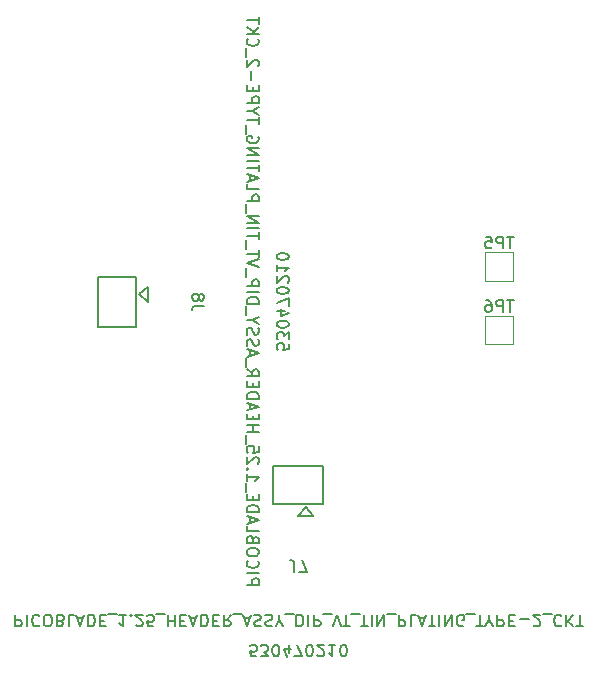
<source format=gbr>
%TF.GenerationSoftware,KiCad,Pcbnew,7.0.7*%
%TF.CreationDate,2024-10-25T00:06:54-07:00*%
%TF.ProjectId,PowerBoard_rev1.1,506f7765-7242-46f6-9172-645f72657631,rev?*%
%TF.SameCoordinates,Original*%
%TF.FileFunction,Legend,Bot*%
%TF.FilePolarity,Positive*%
%FSLAX46Y46*%
G04 Gerber Fmt 4.6, Leading zero omitted, Abs format (unit mm)*
G04 Created by KiCad (PCBNEW 7.0.7) date 2024-10-25 00:06:54*
%MOMM*%
%LPD*%
G01*
G04 APERTURE LIST*
%ADD10C,0.150000*%
%ADD11C,0.127000*%
%ADD12C,0.120000*%
G04 APERTURE END LIST*
D10*
X134250780Y-76802732D02*
X133536495Y-76802732D01*
X133536495Y-76802732D02*
X133393638Y-76850351D01*
X133393638Y-76850351D02*
X133298400Y-76945589D01*
X133298400Y-76945589D02*
X133250780Y-77088446D01*
X133250780Y-77088446D02*
X133250780Y-77183684D01*
X133822209Y-76183684D02*
X133869828Y-76278922D01*
X133869828Y-76278922D02*
X133917447Y-76326541D01*
X133917447Y-76326541D02*
X134012685Y-76374160D01*
X134012685Y-76374160D02*
X134060304Y-76374160D01*
X134060304Y-76374160D02*
X134155542Y-76326541D01*
X134155542Y-76326541D02*
X134203161Y-76278922D01*
X134203161Y-76278922D02*
X134250780Y-76183684D01*
X134250780Y-76183684D02*
X134250780Y-75993208D01*
X134250780Y-75993208D02*
X134203161Y-75897970D01*
X134203161Y-75897970D02*
X134155542Y-75850351D01*
X134155542Y-75850351D02*
X134060304Y-75802732D01*
X134060304Y-75802732D02*
X134012685Y-75802732D01*
X134012685Y-75802732D02*
X133917447Y-75850351D01*
X133917447Y-75850351D02*
X133869828Y-75897970D01*
X133869828Y-75897970D02*
X133822209Y-75993208D01*
X133822209Y-75993208D02*
X133822209Y-76183684D01*
X133822209Y-76183684D02*
X133774590Y-76278922D01*
X133774590Y-76278922D02*
X133726971Y-76326541D01*
X133726971Y-76326541D02*
X133631733Y-76374160D01*
X133631733Y-76374160D02*
X133441257Y-76374160D01*
X133441257Y-76374160D02*
X133346019Y-76326541D01*
X133346019Y-76326541D02*
X133298400Y-76278922D01*
X133298400Y-76278922D02*
X133250780Y-76183684D01*
X133250780Y-76183684D02*
X133250780Y-75993208D01*
X133250780Y-75993208D02*
X133298400Y-75897970D01*
X133298400Y-75897970D02*
X133346019Y-75850351D01*
X133346019Y-75850351D02*
X133441257Y-75802732D01*
X133441257Y-75802732D02*
X133631733Y-75802732D01*
X133631733Y-75802732D02*
X133726971Y-75850351D01*
X133726971Y-75850351D02*
X133774590Y-75897970D01*
X133774590Y-75897970D02*
X133822209Y-75993208D01*
X137880780Y-100445590D02*
X138880780Y-100445590D01*
X138880780Y-100445590D02*
X138880780Y-100064638D01*
X138880780Y-100064638D02*
X138833161Y-99969400D01*
X138833161Y-99969400D02*
X138785542Y-99921781D01*
X138785542Y-99921781D02*
X138690304Y-99874162D01*
X138690304Y-99874162D02*
X138547447Y-99874162D01*
X138547447Y-99874162D02*
X138452209Y-99921781D01*
X138452209Y-99921781D02*
X138404590Y-99969400D01*
X138404590Y-99969400D02*
X138356971Y-100064638D01*
X138356971Y-100064638D02*
X138356971Y-100445590D01*
X137880780Y-99445590D02*
X138880780Y-99445590D01*
X137976019Y-98397972D02*
X137928400Y-98445591D01*
X137928400Y-98445591D02*
X137880780Y-98588448D01*
X137880780Y-98588448D02*
X137880780Y-98683686D01*
X137880780Y-98683686D02*
X137928400Y-98826543D01*
X137928400Y-98826543D02*
X138023638Y-98921781D01*
X138023638Y-98921781D02*
X138118876Y-98969400D01*
X138118876Y-98969400D02*
X138309352Y-99017019D01*
X138309352Y-99017019D02*
X138452209Y-99017019D01*
X138452209Y-99017019D02*
X138642685Y-98969400D01*
X138642685Y-98969400D02*
X138737923Y-98921781D01*
X138737923Y-98921781D02*
X138833161Y-98826543D01*
X138833161Y-98826543D02*
X138880780Y-98683686D01*
X138880780Y-98683686D02*
X138880780Y-98588448D01*
X138880780Y-98588448D02*
X138833161Y-98445591D01*
X138833161Y-98445591D02*
X138785542Y-98397972D01*
X138880780Y-97778924D02*
X138880780Y-97588448D01*
X138880780Y-97588448D02*
X138833161Y-97493210D01*
X138833161Y-97493210D02*
X138737923Y-97397972D01*
X138737923Y-97397972D02*
X138547447Y-97350353D01*
X138547447Y-97350353D02*
X138214114Y-97350353D01*
X138214114Y-97350353D02*
X138023638Y-97397972D01*
X138023638Y-97397972D02*
X137928400Y-97493210D01*
X137928400Y-97493210D02*
X137880780Y-97588448D01*
X137880780Y-97588448D02*
X137880780Y-97778924D01*
X137880780Y-97778924D02*
X137928400Y-97874162D01*
X137928400Y-97874162D02*
X138023638Y-97969400D01*
X138023638Y-97969400D02*
X138214114Y-98017019D01*
X138214114Y-98017019D02*
X138547447Y-98017019D01*
X138547447Y-98017019D02*
X138737923Y-97969400D01*
X138737923Y-97969400D02*
X138833161Y-97874162D01*
X138833161Y-97874162D02*
X138880780Y-97778924D01*
X138404590Y-96588448D02*
X138356971Y-96445591D01*
X138356971Y-96445591D02*
X138309352Y-96397972D01*
X138309352Y-96397972D02*
X138214114Y-96350353D01*
X138214114Y-96350353D02*
X138071257Y-96350353D01*
X138071257Y-96350353D02*
X137976019Y-96397972D01*
X137976019Y-96397972D02*
X137928400Y-96445591D01*
X137928400Y-96445591D02*
X137880780Y-96540829D01*
X137880780Y-96540829D02*
X137880780Y-96921781D01*
X137880780Y-96921781D02*
X138880780Y-96921781D01*
X138880780Y-96921781D02*
X138880780Y-96588448D01*
X138880780Y-96588448D02*
X138833161Y-96493210D01*
X138833161Y-96493210D02*
X138785542Y-96445591D01*
X138785542Y-96445591D02*
X138690304Y-96397972D01*
X138690304Y-96397972D02*
X138595066Y-96397972D01*
X138595066Y-96397972D02*
X138499828Y-96445591D01*
X138499828Y-96445591D02*
X138452209Y-96493210D01*
X138452209Y-96493210D02*
X138404590Y-96588448D01*
X138404590Y-96588448D02*
X138404590Y-96921781D01*
X137880780Y-95445591D02*
X137880780Y-95921781D01*
X137880780Y-95921781D02*
X138880780Y-95921781D01*
X138166495Y-95159876D02*
X138166495Y-94683686D01*
X137880780Y-95255114D02*
X138880780Y-94921781D01*
X138880780Y-94921781D02*
X137880780Y-94588448D01*
X137880780Y-94255114D02*
X138880780Y-94255114D01*
X138880780Y-94255114D02*
X138880780Y-94017019D01*
X138880780Y-94017019D02*
X138833161Y-93874162D01*
X138833161Y-93874162D02*
X138737923Y-93778924D01*
X138737923Y-93778924D02*
X138642685Y-93731305D01*
X138642685Y-93731305D02*
X138452209Y-93683686D01*
X138452209Y-93683686D02*
X138309352Y-93683686D01*
X138309352Y-93683686D02*
X138118876Y-93731305D01*
X138118876Y-93731305D02*
X138023638Y-93778924D01*
X138023638Y-93778924D02*
X137928400Y-93874162D01*
X137928400Y-93874162D02*
X137880780Y-94017019D01*
X137880780Y-94017019D02*
X137880780Y-94255114D01*
X138404590Y-93255114D02*
X138404590Y-92921781D01*
X137880780Y-92778924D02*
X137880780Y-93255114D01*
X137880780Y-93255114D02*
X138880780Y-93255114D01*
X138880780Y-93255114D02*
X138880780Y-92778924D01*
X137785542Y-92588448D02*
X137785542Y-91826543D01*
X137880780Y-91064638D02*
X137880780Y-91636066D01*
X137880780Y-91350352D02*
X138880780Y-91350352D01*
X138880780Y-91350352D02*
X138737923Y-91445590D01*
X138737923Y-91445590D02*
X138642685Y-91540828D01*
X138642685Y-91540828D02*
X138595066Y-91636066D01*
X137976019Y-90636066D02*
X137928400Y-90588447D01*
X137928400Y-90588447D02*
X137880780Y-90636066D01*
X137880780Y-90636066D02*
X137928400Y-90683685D01*
X137928400Y-90683685D02*
X137976019Y-90636066D01*
X137976019Y-90636066D02*
X137880780Y-90636066D01*
X138785542Y-90207495D02*
X138833161Y-90159876D01*
X138833161Y-90159876D02*
X138880780Y-90064638D01*
X138880780Y-90064638D02*
X138880780Y-89826543D01*
X138880780Y-89826543D02*
X138833161Y-89731305D01*
X138833161Y-89731305D02*
X138785542Y-89683686D01*
X138785542Y-89683686D02*
X138690304Y-89636067D01*
X138690304Y-89636067D02*
X138595066Y-89636067D01*
X138595066Y-89636067D02*
X138452209Y-89683686D01*
X138452209Y-89683686D02*
X137880780Y-90255114D01*
X137880780Y-90255114D02*
X137880780Y-89636067D01*
X138880780Y-88731305D02*
X138880780Y-89207495D01*
X138880780Y-89207495D02*
X138404590Y-89255114D01*
X138404590Y-89255114D02*
X138452209Y-89207495D01*
X138452209Y-89207495D02*
X138499828Y-89112257D01*
X138499828Y-89112257D02*
X138499828Y-88874162D01*
X138499828Y-88874162D02*
X138452209Y-88778924D01*
X138452209Y-88778924D02*
X138404590Y-88731305D01*
X138404590Y-88731305D02*
X138309352Y-88683686D01*
X138309352Y-88683686D02*
X138071257Y-88683686D01*
X138071257Y-88683686D02*
X137976019Y-88731305D01*
X137976019Y-88731305D02*
X137928400Y-88778924D01*
X137928400Y-88778924D02*
X137880780Y-88874162D01*
X137880780Y-88874162D02*
X137880780Y-89112257D01*
X137880780Y-89112257D02*
X137928400Y-89207495D01*
X137928400Y-89207495D02*
X137976019Y-89255114D01*
X137785542Y-88493210D02*
X137785542Y-87731305D01*
X137880780Y-87493209D02*
X138880780Y-87493209D01*
X138404590Y-87493209D02*
X138404590Y-86921781D01*
X137880780Y-86921781D02*
X138880780Y-86921781D01*
X138404590Y-86445590D02*
X138404590Y-86112257D01*
X137880780Y-85969400D02*
X137880780Y-86445590D01*
X137880780Y-86445590D02*
X138880780Y-86445590D01*
X138880780Y-86445590D02*
X138880780Y-85969400D01*
X138166495Y-85588447D02*
X138166495Y-85112257D01*
X137880780Y-85683685D02*
X138880780Y-85350352D01*
X138880780Y-85350352D02*
X137880780Y-85017019D01*
X137880780Y-84683685D02*
X138880780Y-84683685D01*
X138880780Y-84683685D02*
X138880780Y-84445590D01*
X138880780Y-84445590D02*
X138833161Y-84302733D01*
X138833161Y-84302733D02*
X138737923Y-84207495D01*
X138737923Y-84207495D02*
X138642685Y-84159876D01*
X138642685Y-84159876D02*
X138452209Y-84112257D01*
X138452209Y-84112257D02*
X138309352Y-84112257D01*
X138309352Y-84112257D02*
X138118876Y-84159876D01*
X138118876Y-84159876D02*
X138023638Y-84207495D01*
X138023638Y-84207495D02*
X137928400Y-84302733D01*
X137928400Y-84302733D02*
X137880780Y-84445590D01*
X137880780Y-84445590D02*
X137880780Y-84683685D01*
X138404590Y-83683685D02*
X138404590Y-83350352D01*
X137880780Y-83207495D02*
X137880780Y-83683685D01*
X137880780Y-83683685D02*
X138880780Y-83683685D01*
X138880780Y-83683685D02*
X138880780Y-83207495D01*
X137880780Y-82207495D02*
X138356971Y-82540828D01*
X137880780Y-82778923D02*
X138880780Y-82778923D01*
X138880780Y-82778923D02*
X138880780Y-82397971D01*
X138880780Y-82397971D02*
X138833161Y-82302733D01*
X138833161Y-82302733D02*
X138785542Y-82255114D01*
X138785542Y-82255114D02*
X138690304Y-82207495D01*
X138690304Y-82207495D02*
X138547447Y-82207495D01*
X138547447Y-82207495D02*
X138452209Y-82255114D01*
X138452209Y-82255114D02*
X138404590Y-82302733D01*
X138404590Y-82302733D02*
X138356971Y-82397971D01*
X138356971Y-82397971D02*
X138356971Y-82778923D01*
X137785542Y-82017019D02*
X137785542Y-81255114D01*
X138166495Y-81064637D02*
X138166495Y-80588447D01*
X137880780Y-81159875D02*
X138880780Y-80826542D01*
X138880780Y-80826542D02*
X137880780Y-80493209D01*
X137928400Y-80207494D02*
X137880780Y-80064637D01*
X137880780Y-80064637D02*
X137880780Y-79826542D01*
X137880780Y-79826542D02*
X137928400Y-79731304D01*
X137928400Y-79731304D02*
X137976019Y-79683685D01*
X137976019Y-79683685D02*
X138071257Y-79636066D01*
X138071257Y-79636066D02*
X138166495Y-79636066D01*
X138166495Y-79636066D02*
X138261733Y-79683685D01*
X138261733Y-79683685D02*
X138309352Y-79731304D01*
X138309352Y-79731304D02*
X138356971Y-79826542D01*
X138356971Y-79826542D02*
X138404590Y-80017018D01*
X138404590Y-80017018D02*
X138452209Y-80112256D01*
X138452209Y-80112256D02*
X138499828Y-80159875D01*
X138499828Y-80159875D02*
X138595066Y-80207494D01*
X138595066Y-80207494D02*
X138690304Y-80207494D01*
X138690304Y-80207494D02*
X138785542Y-80159875D01*
X138785542Y-80159875D02*
X138833161Y-80112256D01*
X138833161Y-80112256D02*
X138880780Y-80017018D01*
X138880780Y-80017018D02*
X138880780Y-79778923D01*
X138880780Y-79778923D02*
X138833161Y-79636066D01*
X137928400Y-79255113D02*
X137880780Y-79112256D01*
X137880780Y-79112256D02*
X137880780Y-78874161D01*
X137880780Y-78874161D02*
X137928400Y-78778923D01*
X137928400Y-78778923D02*
X137976019Y-78731304D01*
X137976019Y-78731304D02*
X138071257Y-78683685D01*
X138071257Y-78683685D02*
X138166495Y-78683685D01*
X138166495Y-78683685D02*
X138261733Y-78731304D01*
X138261733Y-78731304D02*
X138309352Y-78778923D01*
X138309352Y-78778923D02*
X138356971Y-78874161D01*
X138356971Y-78874161D02*
X138404590Y-79064637D01*
X138404590Y-79064637D02*
X138452209Y-79159875D01*
X138452209Y-79159875D02*
X138499828Y-79207494D01*
X138499828Y-79207494D02*
X138595066Y-79255113D01*
X138595066Y-79255113D02*
X138690304Y-79255113D01*
X138690304Y-79255113D02*
X138785542Y-79207494D01*
X138785542Y-79207494D02*
X138833161Y-79159875D01*
X138833161Y-79159875D02*
X138880780Y-79064637D01*
X138880780Y-79064637D02*
X138880780Y-78826542D01*
X138880780Y-78826542D02*
X138833161Y-78683685D01*
X138356971Y-78064637D02*
X137880780Y-78064637D01*
X138880780Y-78397970D02*
X138356971Y-78064637D01*
X138356971Y-78064637D02*
X138880780Y-77731304D01*
X137785542Y-77636066D02*
X137785542Y-76874161D01*
X137880780Y-76636065D02*
X138880780Y-76636065D01*
X138880780Y-76636065D02*
X138880780Y-76397970D01*
X138880780Y-76397970D02*
X138833161Y-76255113D01*
X138833161Y-76255113D02*
X138737923Y-76159875D01*
X138737923Y-76159875D02*
X138642685Y-76112256D01*
X138642685Y-76112256D02*
X138452209Y-76064637D01*
X138452209Y-76064637D02*
X138309352Y-76064637D01*
X138309352Y-76064637D02*
X138118876Y-76112256D01*
X138118876Y-76112256D02*
X138023638Y-76159875D01*
X138023638Y-76159875D02*
X137928400Y-76255113D01*
X137928400Y-76255113D02*
X137880780Y-76397970D01*
X137880780Y-76397970D02*
X137880780Y-76636065D01*
X137880780Y-75636065D02*
X138880780Y-75636065D01*
X137880780Y-75159875D02*
X138880780Y-75159875D01*
X138880780Y-75159875D02*
X138880780Y-74778923D01*
X138880780Y-74778923D02*
X138833161Y-74683685D01*
X138833161Y-74683685D02*
X138785542Y-74636066D01*
X138785542Y-74636066D02*
X138690304Y-74588447D01*
X138690304Y-74588447D02*
X138547447Y-74588447D01*
X138547447Y-74588447D02*
X138452209Y-74636066D01*
X138452209Y-74636066D02*
X138404590Y-74683685D01*
X138404590Y-74683685D02*
X138356971Y-74778923D01*
X138356971Y-74778923D02*
X138356971Y-75159875D01*
X137785542Y-74397971D02*
X137785542Y-73636066D01*
X138880780Y-73540827D02*
X137880780Y-73207494D01*
X137880780Y-73207494D02*
X138880780Y-72874161D01*
X138880780Y-72683684D02*
X138880780Y-72112256D01*
X137880780Y-72397970D02*
X138880780Y-72397970D01*
X137785542Y-72017018D02*
X137785542Y-71255113D01*
X138880780Y-71159874D02*
X138880780Y-70588446D01*
X137880780Y-70874160D02*
X138880780Y-70874160D01*
X137880780Y-70255112D02*
X138880780Y-70255112D01*
X137880780Y-69778922D02*
X138880780Y-69778922D01*
X138880780Y-69778922D02*
X137880780Y-69207494D01*
X137880780Y-69207494D02*
X138880780Y-69207494D01*
X137785542Y-68969399D02*
X137785542Y-68207494D01*
X137880780Y-67969398D02*
X138880780Y-67969398D01*
X138880780Y-67969398D02*
X138880780Y-67588446D01*
X138880780Y-67588446D02*
X138833161Y-67493208D01*
X138833161Y-67493208D02*
X138785542Y-67445589D01*
X138785542Y-67445589D02*
X138690304Y-67397970D01*
X138690304Y-67397970D02*
X138547447Y-67397970D01*
X138547447Y-67397970D02*
X138452209Y-67445589D01*
X138452209Y-67445589D02*
X138404590Y-67493208D01*
X138404590Y-67493208D02*
X138356971Y-67588446D01*
X138356971Y-67588446D02*
X138356971Y-67969398D01*
X137880780Y-66493208D02*
X137880780Y-66969398D01*
X137880780Y-66969398D02*
X138880780Y-66969398D01*
X138166495Y-66207493D02*
X138166495Y-65731303D01*
X137880780Y-66302731D02*
X138880780Y-65969398D01*
X138880780Y-65969398D02*
X137880780Y-65636065D01*
X138880780Y-65445588D02*
X138880780Y-64874160D01*
X137880780Y-65159874D02*
X138880780Y-65159874D01*
X137880780Y-64540826D02*
X138880780Y-64540826D01*
X137880780Y-64064636D02*
X138880780Y-64064636D01*
X138880780Y-64064636D02*
X137880780Y-63493208D01*
X137880780Y-63493208D02*
X138880780Y-63493208D01*
X138833161Y-62493208D02*
X138880780Y-62588446D01*
X138880780Y-62588446D02*
X138880780Y-62731303D01*
X138880780Y-62731303D02*
X138833161Y-62874160D01*
X138833161Y-62874160D02*
X138737923Y-62969398D01*
X138737923Y-62969398D02*
X138642685Y-63017017D01*
X138642685Y-63017017D02*
X138452209Y-63064636D01*
X138452209Y-63064636D02*
X138309352Y-63064636D01*
X138309352Y-63064636D02*
X138118876Y-63017017D01*
X138118876Y-63017017D02*
X138023638Y-62969398D01*
X138023638Y-62969398D02*
X137928400Y-62874160D01*
X137928400Y-62874160D02*
X137880780Y-62731303D01*
X137880780Y-62731303D02*
X137880780Y-62636065D01*
X137880780Y-62636065D02*
X137928400Y-62493208D01*
X137928400Y-62493208D02*
X137976019Y-62445589D01*
X137976019Y-62445589D02*
X138309352Y-62445589D01*
X138309352Y-62445589D02*
X138309352Y-62636065D01*
X137785542Y-62255113D02*
X137785542Y-61493208D01*
X138880780Y-61397969D02*
X138880780Y-60826541D01*
X137880780Y-61112255D02*
X138880780Y-61112255D01*
X138356971Y-60302731D02*
X137880780Y-60302731D01*
X138880780Y-60636064D02*
X138356971Y-60302731D01*
X138356971Y-60302731D02*
X138880780Y-59969398D01*
X137880780Y-59636064D02*
X138880780Y-59636064D01*
X138880780Y-59636064D02*
X138880780Y-59255112D01*
X138880780Y-59255112D02*
X138833161Y-59159874D01*
X138833161Y-59159874D02*
X138785542Y-59112255D01*
X138785542Y-59112255D02*
X138690304Y-59064636D01*
X138690304Y-59064636D02*
X138547447Y-59064636D01*
X138547447Y-59064636D02*
X138452209Y-59112255D01*
X138452209Y-59112255D02*
X138404590Y-59159874D01*
X138404590Y-59159874D02*
X138356971Y-59255112D01*
X138356971Y-59255112D02*
X138356971Y-59636064D01*
X138404590Y-58636064D02*
X138404590Y-58302731D01*
X137880780Y-58159874D02*
X137880780Y-58636064D01*
X137880780Y-58636064D02*
X138880780Y-58636064D01*
X138880780Y-58636064D02*
X138880780Y-58159874D01*
X138261733Y-57731302D02*
X138261733Y-56969398D01*
X138785542Y-56540826D02*
X138833161Y-56493207D01*
X138833161Y-56493207D02*
X138880780Y-56397969D01*
X138880780Y-56397969D02*
X138880780Y-56159874D01*
X138880780Y-56159874D02*
X138833161Y-56064636D01*
X138833161Y-56064636D02*
X138785542Y-56017017D01*
X138785542Y-56017017D02*
X138690304Y-55969398D01*
X138690304Y-55969398D02*
X138595066Y-55969398D01*
X138595066Y-55969398D02*
X138452209Y-56017017D01*
X138452209Y-56017017D02*
X137880780Y-56588445D01*
X137880780Y-56588445D02*
X137880780Y-55969398D01*
X137785542Y-55778922D02*
X137785542Y-55017017D01*
X137976019Y-54207493D02*
X137928400Y-54255112D01*
X137928400Y-54255112D02*
X137880780Y-54397969D01*
X137880780Y-54397969D02*
X137880780Y-54493207D01*
X137880780Y-54493207D02*
X137928400Y-54636064D01*
X137928400Y-54636064D02*
X138023638Y-54731302D01*
X138023638Y-54731302D02*
X138118876Y-54778921D01*
X138118876Y-54778921D02*
X138309352Y-54826540D01*
X138309352Y-54826540D02*
X138452209Y-54826540D01*
X138452209Y-54826540D02*
X138642685Y-54778921D01*
X138642685Y-54778921D02*
X138737923Y-54731302D01*
X138737923Y-54731302D02*
X138833161Y-54636064D01*
X138833161Y-54636064D02*
X138880780Y-54493207D01*
X138880780Y-54493207D02*
X138880780Y-54397969D01*
X138880780Y-54397969D02*
X138833161Y-54255112D01*
X138833161Y-54255112D02*
X138785542Y-54207493D01*
X137880780Y-53778921D02*
X138880780Y-53778921D01*
X137880780Y-53207493D02*
X138452209Y-53636064D01*
X138880780Y-53207493D02*
X138309352Y-53778921D01*
X138880780Y-52921778D02*
X138880780Y-52350350D01*
X137880780Y-52636064D02*
X138880780Y-52636064D01*
X141420781Y-80040827D02*
X141420781Y-80517017D01*
X141420781Y-80517017D02*
X140944591Y-80564636D01*
X140944591Y-80564636D02*
X140992210Y-80517017D01*
X140992210Y-80517017D02*
X141039829Y-80421779D01*
X141039829Y-80421779D02*
X141039829Y-80183684D01*
X141039829Y-80183684D02*
X140992210Y-80088446D01*
X140992210Y-80088446D02*
X140944591Y-80040827D01*
X140944591Y-80040827D02*
X140849353Y-79993208D01*
X140849353Y-79993208D02*
X140611258Y-79993208D01*
X140611258Y-79993208D02*
X140516020Y-80040827D01*
X140516020Y-80040827D02*
X140468401Y-80088446D01*
X140468401Y-80088446D02*
X140420781Y-80183684D01*
X140420781Y-80183684D02*
X140420781Y-80421779D01*
X140420781Y-80421779D02*
X140468401Y-80517017D01*
X140468401Y-80517017D02*
X140516020Y-80564636D01*
X141420781Y-79659874D02*
X141420781Y-79040827D01*
X141420781Y-79040827D02*
X141039829Y-79374160D01*
X141039829Y-79374160D02*
X141039829Y-79231303D01*
X141039829Y-79231303D02*
X140992210Y-79136065D01*
X140992210Y-79136065D02*
X140944591Y-79088446D01*
X140944591Y-79088446D02*
X140849353Y-79040827D01*
X140849353Y-79040827D02*
X140611258Y-79040827D01*
X140611258Y-79040827D02*
X140516020Y-79088446D01*
X140516020Y-79088446D02*
X140468401Y-79136065D01*
X140468401Y-79136065D02*
X140420781Y-79231303D01*
X140420781Y-79231303D02*
X140420781Y-79517017D01*
X140420781Y-79517017D02*
X140468401Y-79612255D01*
X140468401Y-79612255D02*
X140516020Y-79659874D01*
X141420781Y-78421779D02*
X141420781Y-78326541D01*
X141420781Y-78326541D02*
X141373162Y-78231303D01*
X141373162Y-78231303D02*
X141325543Y-78183684D01*
X141325543Y-78183684D02*
X141230305Y-78136065D01*
X141230305Y-78136065D02*
X141039829Y-78088446D01*
X141039829Y-78088446D02*
X140801734Y-78088446D01*
X140801734Y-78088446D02*
X140611258Y-78136065D01*
X140611258Y-78136065D02*
X140516020Y-78183684D01*
X140516020Y-78183684D02*
X140468401Y-78231303D01*
X140468401Y-78231303D02*
X140420781Y-78326541D01*
X140420781Y-78326541D02*
X140420781Y-78421779D01*
X140420781Y-78421779D02*
X140468401Y-78517017D01*
X140468401Y-78517017D02*
X140516020Y-78564636D01*
X140516020Y-78564636D02*
X140611258Y-78612255D01*
X140611258Y-78612255D02*
X140801734Y-78659874D01*
X140801734Y-78659874D02*
X141039829Y-78659874D01*
X141039829Y-78659874D02*
X141230305Y-78612255D01*
X141230305Y-78612255D02*
X141325543Y-78564636D01*
X141325543Y-78564636D02*
X141373162Y-78517017D01*
X141373162Y-78517017D02*
X141420781Y-78421779D01*
X141087448Y-77231303D02*
X140420781Y-77231303D01*
X141468401Y-77469398D02*
X140754115Y-77707493D01*
X140754115Y-77707493D02*
X140754115Y-77088446D01*
X141420781Y-76802731D02*
X141420781Y-76136065D01*
X141420781Y-76136065D02*
X140420781Y-76564636D01*
X141420781Y-75564636D02*
X141420781Y-75469398D01*
X141420781Y-75469398D02*
X141373162Y-75374160D01*
X141373162Y-75374160D02*
X141325543Y-75326541D01*
X141325543Y-75326541D02*
X141230305Y-75278922D01*
X141230305Y-75278922D02*
X141039829Y-75231303D01*
X141039829Y-75231303D02*
X140801734Y-75231303D01*
X140801734Y-75231303D02*
X140611258Y-75278922D01*
X140611258Y-75278922D02*
X140516020Y-75326541D01*
X140516020Y-75326541D02*
X140468401Y-75374160D01*
X140468401Y-75374160D02*
X140420781Y-75469398D01*
X140420781Y-75469398D02*
X140420781Y-75564636D01*
X140420781Y-75564636D02*
X140468401Y-75659874D01*
X140468401Y-75659874D02*
X140516020Y-75707493D01*
X140516020Y-75707493D02*
X140611258Y-75755112D01*
X140611258Y-75755112D02*
X140801734Y-75802731D01*
X140801734Y-75802731D02*
X141039829Y-75802731D01*
X141039829Y-75802731D02*
X141230305Y-75755112D01*
X141230305Y-75755112D02*
X141325543Y-75707493D01*
X141325543Y-75707493D02*
X141373162Y-75659874D01*
X141373162Y-75659874D02*
X141420781Y-75564636D01*
X141325543Y-74850350D02*
X141373162Y-74802731D01*
X141373162Y-74802731D02*
X141420781Y-74707493D01*
X141420781Y-74707493D02*
X141420781Y-74469398D01*
X141420781Y-74469398D02*
X141373162Y-74374160D01*
X141373162Y-74374160D02*
X141325543Y-74326541D01*
X141325543Y-74326541D02*
X141230305Y-74278922D01*
X141230305Y-74278922D02*
X141135067Y-74278922D01*
X141135067Y-74278922D02*
X140992210Y-74326541D01*
X140992210Y-74326541D02*
X140420781Y-74897969D01*
X140420781Y-74897969D02*
X140420781Y-74278922D01*
X140420781Y-73326541D02*
X140420781Y-73897969D01*
X140420781Y-73612255D02*
X141420781Y-73612255D01*
X141420781Y-73612255D02*
X141277924Y-73707493D01*
X141277924Y-73707493D02*
X141182686Y-73802731D01*
X141182686Y-73802731D02*
X141135067Y-73897969D01*
X141420781Y-72707493D02*
X141420781Y-72612255D01*
X141420781Y-72612255D02*
X141373162Y-72517017D01*
X141373162Y-72517017D02*
X141325543Y-72469398D01*
X141325543Y-72469398D02*
X141230305Y-72421779D01*
X141230305Y-72421779D02*
X141039829Y-72374160D01*
X141039829Y-72374160D02*
X140801734Y-72374160D01*
X140801734Y-72374160D02*
X140611258Y-72421779D01*
X140611258Y-72421779D02*
X140516020Y-72469398D01*
X140516020Y-72469398D02*
X140468401Y-72517017D01*
X140468401Y-72517017D02*
X140420781Y-72612255D01*
X140420781Y-72612255D02*
X140420781Y-72707493D01*
X140420781Y-72707493D02*
X140468401Y-72802731D01*
X140468401Y-72802731D02*
X140516020Y-72850350D01*
X140516020Y-72850350D02*
X140611258Y-72897969D01*
X140611258Y-72897969D02*
X140801734Y-72945588D01*
X140801734Y-72945588D02*
X141039829Y-72945588D01*
X141039829Y-72945588D02*
X141230305Y-72897969D01*
X141230305Y-72897969D02*
X141325543Y-72850350D01*
X141325543Y-72850350D02*
X141373162Y-72802731D01*
X141373162Y-72802731D02*
X141420781Y-72707493D01*
X160469104Y-76349219D02*
X159897676Y-76349219D01*
X160183390Y-77349219D02*
X160183390Y-76349219D01*
X159564342Y-77349219D02*
X159564342Y-76349219D01*
X159564342Y-76349219D02*
X159183390Y-76349219D01*
X159183390Y-76349219D02*
X159088152Y-76396838D01*
X159088152Y-76396838D02*
X159040533Y-76444457D01*
X159040533Y-76444457D02*
X158992914Y-76539695D01*
X158992914Y-76539695D02*
X158992914Y-76682552D01*
X158992914Y-76682552D02*
X159040533Y-76777790D01*
X159040533Y-76777790D02*
X159088152Y-76825409D01*
X159088152Y-76825409D02*
X159183390Y-76873028D01*
X159183390Y-76873028D02*
X159564342Y-76873028D01*
X158135771Y-76349219D02*
X158326247Y-76349219D01*
X158326247Y-76349219D02*
X158421485Y-76396838D01*
X158421485Y-76396838D02*
X158469104Y-76444457D01*
X158469104Y-76444457D02*
X158564342Y-76587314D01*
X158564342Y-76587314D02*
X158611961Y-76777790D01*
X158611961Y-76777790D02*
X158611961Y-77158742D01*
X158611961Y-77158742D02*
X158564342Y-77253980D01*
X158564342Y-77253980D02*
X158516723Y-77301600D01*
X158516723Y-77301600D02*
X158421485Y-77349219D01*
X158421485Y-77349219D02*
X158231009Y-77349219D01*
X158231009Y-77349219D02*
X158135771Y-77301600D01*
X158135771Y-77301600D02*
X158088152Y-77253980D01*
X158088152Y-77253980D02*
X158040533Y-77158742D01*
X158040533Y-77158742D02*
X158040533Y-76920647D01*
X158040533Y-76920647D02*
X158088152Y-76825409D01*
X158088152Y-76825409D02*
X158135771Y-76777790D01*
X158135771Y-76777790D02*
X158231009Y-76730171D01*
X158231009Y-76730171D02*
X158421485Y-76730171D01*
X158421485Y-76730171D02*
X158516723Y-76777790D01*
X158516723Y-76777790D02*
X158564342Y-76825409D01*
X158564342Y-76825409D02*
X158611961Y-76920647D01*
X141906666Y-99343980D02*
X141906666Y-98629695D01*
X141906666Y-98629695D02*
X141859047Y-98486838D01*
X141859047Y-98486838D02*
X141763809Y-98391600D01*
X141763809Y-98391600D02*
X141620952Y-98343980D01*
X141620952Y-98343980D02*
X141525714Y-98343980D01*
X142287619Y-99343980D02*
X142954285Y-99343980D01*
X142954285Y-99343980D02*
X142525714Y-98343980D01*
X138668571Y-106513981D02*
X138192381Y-106513981D01*
X138192381Y-106513981D02*
X138144762Y-106037791D01*
X138144762Y-106037791D02*
X138192381Y-106085410D01*
X138192381Y-106085410D02*
X138287619Y-106133029D01*
X138287619Y-106133029D02*
X138525714Y-106133029D01*
X138525714Y-106133029D02*
X138620952Y-106085410D01*
X138620952Y-106085410D02*
X138668571Y-106037791D01*
X138668571Y-106037791D02*
X138716190Y-105942553D01*
X138716190Y-105942553D02*
X138716190Y-105704458D01*
X138716190Y-105704458D02*
X138668571Y-105609220D01*
X138668571Y-105609220D02*
X138620952Y-105561601D01*
X138620952Y-105561601D02*
X138525714Y-105513981D01*
X138525714Y-105513981D02*
X138287619Y-105513981D01*
X138287619Y-105513981D02*
X138192381Y-105561601D01*
X138192381Y-105561601D02*
X138144762Y-105609220D01*
X139049524Y-106513981D02*
X139668571Y-106513981D01*
X139668571Y-106513981D02*
X139335238Y-106133029D01*
X139335238Y-106133029D02*
X139478095Y-106133029D01*
X139478095Y-106133029D02*
X139573333Y-106085410D01*
X139573333Y-106085410D02*
X139620952Y-106037791D01*
X139620952Y-106037791D02*
X139668571Y-105942553D01*
X139668571Y-105942553D02*
X139668571Y-105704458D01*
X139668571Y-105704458D02*
X139620952Y-105609220D01*
X139620952Y-105609220D02*
X139573333Y-105561601D01*
X139573333Y-105561601D02*
X139478095Y-105513981D01*
X139478095Y-105513981D02*
X139192381Y-105513981D01*
X139192381Y-105513981D02*
X139097143Y-105561601D01*
X139097143Y-105561601D02*
X139049524Y-105609220D01*
X140287619Y-106513981D02*
X140382857Y-106513981D01*
X140382857Y-106513981D02*
X140478095Y-106466362D01*
X140478095Y-106466362D02*
X140525714Y-106418743D01*
X140525714Y-106418743D02*
X140573333Y-106323505D01*
X140573333Y-106323505D02*
X140620952Y-106133029D01*
X140620952Y-106133029D02*
X140620952Y-105894934D01*
X140620952Y-105894934D02*
X140573333Y-105704458D01*
X140573333Y-105704458D02*
X140525714Y-105609220D01*
X140525714Y-105609220D02*
X140478095Y-105561601D01*
X140478095Y-105561601D02*
X140382857Y-105513981D01*
X140382857Y-105513981D02*
X140287619Y-105513981D01*
X140287619Y-105513981D02*
X140192381Y-105561601D01*
X140192381Y-105561601D02*
X140144762Y-105609220D01*
X140144762Y-105609220D02*
X140097143Y-105704458D01*
X140097143Y-105704458D02*
X140049524Y-105894934D01*
X140049524Y-105894934D02*
X140049524Y-106133029D01*
X140049524Y-106133029D02*
X140097143Y-106323505D01*
X140097143Y-106323505D02*
X140144762Y-106418743D01*
X140144762Y-106418743D02*
X140192381Y-106466362D01*
X140192381Y-106466362D02*
X140287619Y-106513981D01*
X141478095Y-106180648D02*
X141478095Y-105513981D01*
X141240000Y-106561601D02*
X141001905Y-105847315D01*
X141001905Y-105847315D02*
X141620952Y-105847315D01*
X141906667Y-106513981D02*
X142573333Y-106513981D01*
X142573333Y-106513981D02*
X142144762Y-105513981D01*
X143144762Y-106513981D02*
X143240000Y-106513981D01*
X143240000Y-106513981D02*
X143335238Y-106466362D01*
X143335238Y-106466362D02*
X143382857Y-106418743D01*
X143382857Y-106418743D02*
X143430476Y-106323505D01*
X143430476Y-106323505D02*
X143478095Y-106133029D01*
X143478095Y-106133029D02*
X143478095Y-105894934D01*
X143478095Y-105894934D02*
X143430476Y-105704458D01*
X143430476Y-105704458D02*
X143382857Y-105609220D01*
X143382857Y-105609220D02*
X143335238Y-105561601D01*
X143335238Y-105561601D02*
X143240000Y-105513981D01*
X143240000Y-105513981D02*
X143144762Y-105513981D01*
X143144762Y-105513981D02*
X143049524Y-105561601D01*
X143049524Y-105561601D02*
X143001905Y-105609220D01*
X143001905Y-105609220D02*
X142954286Y-105704458D01*
X142954286Y-105704458D02*
X142906667Y-105894934D01*
X142906667Y-105894934D02*
X142906667Y-106133029D01*
X142906667Y-106133029D02*
X142954286Y-106323505D01*
X142954286Y-106323505D02*
X143001905Y-106418743D01*
X143001905Y-106418743D02*
X143049524Y-106466362D01*
X143049524Y-106466362D02*
X143144762Y-106513981D01*
X143859048Y-106418743D02*
X143906667Y-106466362D01*
X143906667Y-106466362D02*
X144001905Y-106513981D01*
X144001905Y-106513981D02*
X144240000Y-106513981D01*
X144240000Y-106513981D02*
X144335238Y-106466362D01*
X144335238Y-106466362D02*
X144382857Y-106418743D01*
X144382857Y-106418743D02*
X144430476Y-106323505D01*
X144430476Y-106323505D02*
X144430476Y-106228267D01*
X144430476Y-106228267D02*
X144382857Y-106085410D01*
X144382857Y-106085410D02*
X143811429Y-105513981D01*
X143811429Y-105513981D02*
X144430476Y-105513981D01*
X145382857Y-105513981D02*
X144811429Y-105513981D01*
X145097143Y-105513981D02*
X145097143Y-106513981D01*
X145097143Y-106513981D02*
X145001905Y-106371124D01*
X145001905Y-106371124D02*
X144906667Y-106275886D01*
X144906667Y-106275886D02*
X144811429Y-106228267D01*
X146001905Y-106513981D02*
X146097143Y-106513981D01*
X146097143Y-106513981D02*
X146192381Y-106466362D01*
X146192381Y-106466362D02*
X146240000Y-106418743D01*
X146240000Y-106418743D02*
X146287619Y-106323505D01*
X146287619Y-106323505D02*
X146335238Y-106133029D01*
X146335238Y-106133029D02*
X146335238Y-105894934D01*
X146335238Y-105894934D02*
X146287619Y-105704458D01*
X146287619Y-105704458D02*
X146240000Y-105609220D01*
X146240000Y-105609220D02*
X146192381Y-105561601D01*
X146192381Y-105561601D02*
X146097143Y-105513981D01*
X146097143Y-105513981D02*
X146001905Y-105513981D01*
X146001905Y-105513981D02*
X145906667Y-105561601D01*
X145906667Y-105561601D02*
X145859048Y-105609220D01*
X145859048Y-105609220D02*
X145811429Y-105704458D01*
X145811429Y-105704458D02*
X145763810Y-105894934D01*
X145763810Y-105894934D02*
X145763810Y-106133029D01*
X145763810Y-106133029D02*
X145811429Y-106323505D01*
X145811429Y-106323505D02*
X145859048Y-106418743D01*
X145859048Y-106418743D02*
X145906667Y-106466362D01*
X145906667Y-106466362D02*
X146001905Y-106513981D01*
X118263808Y-102973980D02*
X118263808Y-103973980D01*
X118263808Y-103973980D02*
X118644760Y-103973980D01*
X118644760Y-103973980D02*
X118739998Y-103926361D01*
X118739998Y-103926361D02*
X118787617Y-103878742D01*
X118787617Y-103878742D02*
X118835236Y-103783504D01*
X118835236Y-103783504D02*
X118835236Y-103640647D01*
X118835236Y-103640647D02*
X118787617Y-103545409D01*
X118787617Y-103545409D02*
X118739998Y-103497790D01*
X118739998Y-103497790D02*
X118644760Y-103450171D01*
X118644760Y-103450171D02*
X118263808Y-103450171D01*
X119263808Y-102973980D02*
X119263808Y-103973980D01*
X120311426Y-103069219D02*
X120263807Y-103021600D01*
X120263807Y-103021600D02*
X120120950Y-102973980D01*
X120120950Y-102973980D02*
X120025712Y-102973980D01*
X120025712Y-102973980D02*
X119882855Y-103021600D01*
X119882855Y-103021600D02*
X119787617Y-103116838D01*
X119787617Y-103116838D02*
X119739998Y-103212076D01*
X119739998Y-103212076D02*
X119692379Y-103402552D01*
X119692379Y-103402552D02*
X119692379Y-103545409D01*
X119692379Y-103545409D02*
X119739998Y-103735885D01*
X119739998Y-103735885D02*
X119787617Y-103831123D01*
X119787617Y-103831123D02*
X119882855Y-103926361D01*
X119882855Y-103926361D02*
X120025712Y-103973980D01*
X120025712Y-103973980D02*
X120120950Y-103973980D01*
X120120950Y-103973980D02*
X120263807Y-103926361D01*
X120263807Y-103926361D02*
X120311426Y-103878742D01*
X120930474Y-103973980D02*
X121120950Y-103973980D01*
X121120950Y-103973980D02*
X121216188Y-103926361D01*
X121216188Y-103926361D02*
X121311426Y-103831123D01*
X121311426Y-103831123D02*
X121359045Y-103640647D01*
X121359045Y-103640647D02*
X121359045Y-103307314D01*
X121359045Y-103307314D02*
X121311426Y-103116838D01*
X121311426Y-103116838D02*
X121216188Y-103021600D01*
X121216188Y-103021600D02*
X121120950Y-102973980D01*
X121120950Y-102973980D02*
X120930474Y-102973980D01*
X120930474Y-102973980D02*
X120835236Y-103021600D01*
X120835236Y-103021600D02*
X120739998Y-103116838D01*
X120739998Y-103116838D02*
X120692379Y-103307314D01*
X120692379Y-103307314D02*
X120692379Y-103640647D01*
X120692379Y-103640647D02*
X120739998Y-103831123D01*
X120739998Y-103831123D02*
X120835236Y-103926361D01*
X120835236Y-103926361D02*
X120930474Y-103973980D01*
X122120950Y-103497790D02*
X122263807Y-103450171D01*
X122263807Y-103450171D02*
X122311426Y-103402552D01*
X122311426Y-103402552D02*
X122359045Y-103307314D01*
X122359045Y-103307314D02*
X122359045Y-103164457D01*
X122359045Y-103164457D02*
X122311426Y-103069219D01*
X122311426Y-103069219D02*
X122263807Y-103021600D01*
X122263807Y-103021600D02*
X122168569Y-102973980D01*
X122168569Y-102973980D02*
X121787617Y-102973980D01*
X121787617Y-102973980D02*
X121787617Y-103973980D01*
X121787617Y-103973980D02*
X122120950Y-103973980D01*
X122120950Y-103973980D02*
X122216188Y-103926361D01*
X122216188Y-103926361D02*
X122263807Y-103878742D01*
X122263807Y-103878742D02*
X122311426Y-103783504D01*
X122311426Y-103783504D02*
X122311426Y-103688266D01*
X122311426Y-103688266D02*
X122263807Y-103593028D01*
X122263807Y-103593028D02*
X122216188Y-103545409D01*
X122216188Y-103545409D02*
X122120950Y-103497790D01*
X122120950Y-103497790D02*
X121787617Y-103497790D01*
X123263807Y-102973980D02*
X122787617Y-102973980D01*
X122787617Y-102973980D02*
X122787617Y-103973980D01*
X123549522Y-103259695D02*
X124025712Y-103259695D01*
X123454284Y-102973980D02*
X123787617Y-103973980D01*
X123787617Y-103973980D02*
X124120950Y-102973980D01*
X124454284Y-102973980D02*
X124454284Y-103973980D01*
X124454284Y-103973980D02*
X124692379Y-103973980D01*
X124692379Y-103973980D02*
X124835236Y-103926361D01*
X124835236Y-103926361D02*
X124930474Y-103831123D01*
X124930474Y-103831123D02*
X124978093Y-103735885D01*
X124978093Y-103735885D02*
X125025712Y-103545409D01*
X125025712Y-103545409D02*
X125025712Y-103402552D01*
X125025712Y-103402552D02*
X124978093Y-103212076D01*
X124978093Y-103212076D02*
X124930474Y-103116838D01*
X124930474Y-103116838D02*
X124835236Y-103021600D01*
X124835236Y-103021600D02*
X124692379Y-102973980D01*
X124692379Y-102973980D02*
X124454284Y-102973980D01*
X125454284Y-103497790D02*
X125787617Y-103497790D01*
X125930474Y-102973980D02*
X125454284Y-102973980D01*
X125454284Y-102973980D02*
X125454284Y-103973980D01*
X125454284Y-103973980D02*
X125930474Y-103973980D01*
X126120951Y-102878742D02*
X126882855Y-102878742D01*
X127644760Y-102973980D02*
X127073332Y-102973980D01*
X127359046Y-102973980D02*
X127359046Y-103973980D01*
X127359046Y-103973980D02*
X127263808Y-103831123D01*
X127263808Y-103831123D02*
X127168570Y-103735885D01*
X127168570Y-103735885D02*
X127073332Y-103688266D01*
X128073332Y-103069219D02*
X128120951Y-103021600D01*
X128120951Y-103021600D02*
X128073332Y-102973980D01*
X128073332Y-102973980D02*
X128025713Y-103021600D01*
X128025713Y-103021600D02*
X128073332Y-103069219D01*
X128073332Y-103069219D02*
X128073332Y-102973980D01*
X128501903Y-103878742D02*
X128549522Y-103926361D01*
X128549522Y-103926361D02*
X128644760Y-103973980D01*
X128644760Y-103973980D02*
X128882855Y-103973980D01*
X128882855Y-103973980D02*
X128978093Y-103926361D01*
X128978093Y-103926361D02*
X129025712Y-103878742D01*
X129025712Y-103878742D02*
X129073331Y-103783504D01*
X129073331Y-103783504D02*
X129073331Y-103688266D01*
X129073331Y-103688266D02*
X129025712Y-103545409D01*
X129025712Y-103545409D02*
X128454284Y-102973980D01*
X128454284Y-102973980D02*
X129073331Y-102973980D01*
X129978093Y-103973980D02*
X129501903Y-103973980D01*
X129501903Y-103973980D02*
X129454284Y-103497790D01*
X129454284Y-103497790D02*
X129501903Y-103545409D01*
X129501903Y-103545409D02*
X129597141Y-103593028D01*
X129597141Y-103593028D02*
X129835236Y-103593028D01*
X129835236Y-103593028D02*
X129930474Y-103545409D01*
X129930474Y-103545409D02*
X129978093Y-103497790D01*
X129978093Y-103497790D02*
X130025712Y-103402552D01*
X130025712Y-103402552D02*
X130025712Y-103164457D01*
X130025712Y-103164457D02*
X129978093Y-103069219D01*
X129978093Y-103069219D02*
X129930474Y-103021600D01*
X129930474Y-103021600D02*
X129835236Y-102973980D01*
X129835236Y-102973980D02*
X129597141Y-102973980D01*
X129597141Y-102973980D02*
X129501903Y-103021600D01*
X129501903Y-103021600D02*
X129454284Y-103069219D01*
X130216189Y-102878742D02*
X130978093Y-102878742D01*
X131216189Y-102973980D02*
X131216189Y-103973980D01*
X131216189Y-103497790D02*
X131787617Y-103497790D01*
X131787617Y-102973980D02*
X131787617Y-103973980D01*
X132263808Y-103497790D02*
X132597141Y-103497790D01*
X132739998Y-102973980D02*
X132263808Y-102973980D01*
X132263808Y-102973980D02*
X132263808Y-103973980D01*
X132263808Y-103973980D02*
X132739998Y-103973980D01*
X133120951Y-103259695D02*
X133597141Y-103259695D01*
X133025713Y-102973980D02*
X133359046Y-103973980D01*
X133359046Y-103973980D02*
X133692379Y-102973980D01*
X134025713Y-102973980D02*
X134025713Y-103973980D01*
X134025713Y-103973980D02*
X134263808Y-103973980D01*
X134263808Y-103973980D02*
X134406665Y-103926361D01*
X134406665Y-103926361D02*
X134501903Y-103831123D01*
X134501903Y-103831123D02*
X134549522Y-103735885D01*
X134549522Y-103735885D02*
X134597141Y-103545409D01*
X134597141Y-103545409D02*
X134597141Y-103402552D01*
X134597141Y-103402552D02*
X134549522Y-103212076D01*
X134549522Y-103212076D02*
X134501903Y-103116838D01*
X134501903Y-103116838D02*
X134406665Y-103021600D01*
X134406665Y-103021600D02*
X134263808Y-102973980D01*
X134263808Y-102973980D02*
X134025713Y-102973980D01*
X135025713Y-103497790D02*
X135359046Y-103497790D01*
X135501903Y-102973980D02*
X135025713Y-102973980D01*
X135025713Y-102973980D02*
X135025713Y-103973980D01*
X135025713Y-103973980D02*
X135501903Y-103973980D01*
X136501903Y-102973980D02*
X136168570Y-103450171D01*
X135930475Y-102973980D02*
X135930475Y-103973980D01*
X135930475Y-103973980D02*
X136311427Y-103973980D01*
X136311427Y-103973980D02*
X136406665Y-103926361D01*
X136406665Y-103926361D02*
X136454284Y-103878742D01*
X136454284Y-103878742D02*
X136501903Y-103783504D01*
X136501903Y-103783504D02*
X136501903Y-103640647D01*
X136501903Y-103640647D02*
X136454284Y-103545409D01*
X136454284Y-103545409D02*
X136406665Y-103497790D01*
X136406665Y-103497790D02*
X136311427Y-103450171D01*
X136311427Y-103450171D02*
X135930475Y-103450171D01*
X136692380Y-102878742D02*
X137454284Y-102878742D01*
X137644761Y-103259695D02*
X138120951Y-103259695D01*
X137549523Y-102973980D02*
X137882856Y-103973980D01*
X137882856Y-103973980D02*
X138216189Y-102973980D01*
X138501904Y-103021600D02*
X138644761Y-102973980D01*
X138644761Y-102973980D02*
X138882856Y-102973980D01*
X138882856Y-102973980D02*
X138978094Y-103021600D01*
X138978094Y-103021600D02*
X139025713Y-103069219D01*
X139025713Y-103069219D02*
X139073332Y-103164457D01*
X139073332Y-103164457D02*
X139073332Y-103259695D01*
X139073332Y-103259695D02*
X139025713Y-103354933D01*
X139025713Y-103354933D02*
X138978094Y-103402552D01*
X138978094Y-103402552D02*
X138882856Y-103450171D01*
X138882856Y-103450171D02*
X138692380Y-103497790D01*
X138692380Y-103497790D02*
X138597142Y-103545409D01*
X138597142Y-103545409D02*
X138549523Y-103593028D01*
X138549523Y-103593028D02*
X138501904Y-103688266D01*
X138501904Y-103688266D02*
X138501904Y-103783504D01*
X138501904Y-103783504D02*
X138549523Y-103878742D01*
X138549523Y-103878742D02*
X138597142Y-103926361D01*
X138597142Y-103926361D02*
X138692380Y-103973980D01*
X138692380Y-103973980D02*
X138930475Y-103973980D01*
X138930475Y-103973980D02*
X139073332Y-103926361D01*
X139454285Y-103021600D02*
X139597142Y-102973980D01*
X139597142Y-102973980D02*
X139835237Y-102973980D01*
X139835237Y-102973980D02*
X139930475Y-103021600D01*
X139930475Y-103021600D02*
X139978094Y-103069219D01*
X139978094Y-103069219D02*
X140025713Y-103164457D01*
X140025713Y-103164457D02*
X140025713Y-103259695D01*
X140025713Y-103259695D02*
X139978094Y-103354933D01*
X139978094Y-103354933D02*
X139930475Y-103402552D01*
X139930475Y-103402552D02*
X139835237Y-103450171D01*
X139835237Y-103450171D02*
X139644761Y-103497790D01*
X139644761Y-103497790D02*
X139549523Y-103545409D01*
X139549523Y-103545409D02*
X139501904Y-103593028D01*
X139501904Y-103593028D02*
X139454285Y-103688266D01*
X139454285Y-103688266D02*
X139454285Y-103783504D01*
X139454285Y-103783504D02*
X139501904Y-103878742D01*
X139501904Y-103878742D02*
X139549523Y-103926361D01*
X139549523Y-103926361D02*
X139644761Y-103973980D01*
X139644761Y-103973980D02*
X139882856Y-103973980D01*
X139882856Y-103973980D02*
X140025713Y-103926361D01*
X140644761Y-103450171D02*
X140644761Y-102973980D01*
X140311428Y-103973980D02*
X140644761Y-103450171D01*
X140644761Y-103450171D02*
X140978094Y-103973980D01*
X141073333Y-102878742D02*
X141835237Y-102878742D01*
X142073333Y-102973980D02*
X142073333Y-103973980D01*
X142073333Y-103973980D02*
X142311428Y-103973980D01*
X142311428Y-103973980D02*
X142454285Y-103926361D01*
X142454285Y-103926361D02*
X142549523Y-103831123D01*
X142549523Y-103831123D02*
X142597142Y-103735885D01*
X142597142Y-103735885D02*
X142644761Y-103545409D01*
X142644761Y-103545409D02*
X142644761Y-103402552D01*
X142644761Y-103402552D02*
X142597142Y-103212076D01*
X142597142Y-103212076D02*
X142549523Y-103116838D01*
X142549523Y-103116838D02*
X142454285Y-103021600D01*
X142454285Y-103021600D02*
X142311428Y-102973980D01*
X142311428Y-102973980D02*
X142073333Y-102973980D01*
X143073333Y-102973980D02*
X143073333Y-103973980D01*
X143549523Y-102973980D02*
X143549523Y-103973980D01*
X143549523Y-103973980D02*
X143930475Y-103973980D01*
X143930475Y-103973980D02*
X144025713Y-103926361D01*
X144025713Y-103926361D02*
X144073332Y-103878742D01*
X144073332Y-103878742D02*
X144120951Y-103783504D01*
X144120951Y-103783504D02*
X144120951Y-103640647D01*
X144120951Y-103640647D02*
X144073332Y-103545409D01*
X144073332Y-103545409D02*
X144025713Y-103497790D01*
X144025713Y-103497790D02*
X143930475Y-103450171D01*
X143930475Y-103450171D02*
X143549523Y-103450171D01*
X144311428Y-102878742D02*
X145073332Y-102878742D01*
X145168571Y-103973980D02*
X145501904Y-102973980D01*
X145501904Y-102973980D02*
X145835237Y-103973980D01*
X146025714Y-103973980D02*
X146597142Y-103973980D01*
X146311428Y-102973980D02*
X146311428Y-103973980D01*
X146692381Y-102878742D02*
X147454285Y-102878742D01*
X147549524Y-103973980D02*
X148120952Y-103973980D01*
X147835238Y-102973980D02*
X147835238Y-103973980D01*
X148454286Y-102973980D02*
X148454286Y-103973980D01*
X148930476Y-102973980D02*
X148930476Y-103973980D01*
X148930476Y-103973980D02*
X149501904Y-102973980D01*
X149501904Y-102973980D02*
X149501904Y-103973980D01*
X149740000Y-102878742D02*
X150501904Y-102878742D01*
X150740000Y-102973980D02*
X150740000Y-103973980D01*
X150740000Y-103973980D02*
X151120952Y-103973980D01*
X151120952Y-103973980D02*
X151216190Y-103926361D01*
X151216190Y-103926361D02*
X151263809Y-103878742D01*
X151263809Y-103878742D02*
X151311428Y-103783504D01*
X151311428Y-103783504D02*
X151311428Y-103640647D01*
X151311428Y-103640647D02*
X151263809Y-103545409D01*
X151263809Y-103545409D02*
X151216190Y-103497790D01*
X151216190Y-103497790D02*
X151120952Y-103450171D01*
X151120952Y-103450171D02*
X150740000Y-103450171D01*
X152216190Y-102973980D02*
X151740000Y-102973980D01*
X151740000Y-102973980D02*
X151740000Y-103973980D01*
X152501905Y-103259695D02*
X152978095Y-103259695D01*
X152406667Y-102973980D02*
X152740000Y-103973980D01*
X152740000Y-103973980D02*
X153073333Y-102973980D01*
X153263810Y-103973980D02*
X153835238Y-103973980D01*
X153549524Y-102973980D02*
X153549524Y-103973980D01*
X154168572Y-102973980D02*
X154168572Y-103973980D01*
X154644762Y-102973980D02*
X154644762Y-103973980D01*
X154644762Y-103973980D02*
X155216190Y-102973980D01*
X155216190Y-102973980D02*
X155216190Y-103973980D01*
X156216190Y-103926361D02*
X156120952Y-103973980D01*
X156120952Y-103973980D02*
X155978095Y-103973980D01*
X155978095Y-103973980D02*
X155835238Y-103926361D01*
X155835238Y-103926361D02*
X155740000Y-103831123D01*
X155740000Y-103831123D02*
X155692381Y-103735885D01*
X155692381Y-103735885D02*
X155644762Y-103545409D01*
X155644762Y-103545409D02*
X155644762Y-103402552D01*
X155644762Y-103402552D02*
X155692381Y-103212076D01*
X155692381Y-103212076D02*
X155740000Y-103116838D01*
X155740000Y-103116838D02*
X155835238Y-103021600D01*
X155835238Y-103021600D02*
X155978095Y-102973980D01*
X155978095Y-102973980D02*
X156073333Y-102973980D01*
X156073333Y-102973980D02*
X156216190Y-103021600D01*
X156216190Y-103021600D02*
X156263809Y-103069219D01*
X156263809Y-103069219D02*
X156263809Y-103402552D01*
X156263809Y-103402552D02*
X156073333Y-103402552D01*
X156454286Y-102878742D02*
X157216190Y-102878742D01*
X157311429Y-103973980D02*
X157882857Y-103973980D01*
X157597143Y-102973980D02*
X157597143Y-103973980D01*
X158406667Y-103450171D02*
X158406667Y-102973980D01*
X158073334Y-103973980D02*
X158406667Y-103450171D01*
X158406667Y-103450171D02*
X158740000Y-103973980D01*
X159073334Y-102973980D02*
X159073334Y-103973980D01*
X159073334Y-103973980D02*
X159454286Y-103973980D01*
X159454286Y-103973980D02*
X159549524Y-103926361D01*
X159549524Y-103926361D02*
X159597143Y-103878742D01*
X159597143Y-103878742D02*
X159644762Y-103783504D01*
X159644762Y-103783504D02*
X159644762Y-103640647D01*
X159644762Y-103640647D02*
X159597143Y-103545409D01*
X159597143Y-103545409D02*
X159549524Y-103497790D01*
X159549524Y-103497790D02*
X159454286Y-103450171D01*
X159454286Y-103450171D02*
X159073334Y-103450171D01*
X160073334Y-103497790D02*
X160406667Y-103497790D01*
X160549524Y-102973980D02*
X160073334Y-102973980D01*
X160073334Y-102973980D02*
X160073334Y-103973980D01*
X160073334Y-103973980D02*
X160549524Y-103973980D01*
X160978096Y-103354933D02*
X161740001Y-103354933D01*
X162168572Y-103878742D02*
X162216191Y-103926361D01*
X162216191Y-103926361D02*
X162311429Y-103973980D01*
X162311429Y-103973980D02*
X162549524Y-103973980D01*
X162549524Y-103973980D02*
X162644762Y-103926361D01*
X162644762Y-103926361D02*
X162692381Y-103878742D01*
X162692381Y-103878742D02*
X162740000Y-103783504D01*
X162740000Y-103783504D02*
X162740000Y-103688266D01*
X162740000Y-103688266D02*
X162692381Y-103545409D01*
X162692381Y-103545409D02*
X162120953Y-102973980D01*
X162120953Y-102973980D02*
X162740000Y-102973980D01*
X162930477Y-102878742D02*
X163692381Y-102878742D01*
X164501905Y-103069219D02*
X164454286Y-103021600D01*
X164454286Y-103021600D02*
X164311429Y-102973980D01*
X164311429Y-102973980D02*
X164216191Y-102973980D01*
X164216191Y-102973980D02*
X164073334Y-103021600D01*
X164073334Y-103021600D02*
X163978096Y-103116838D01*
X163978096Y-103116838D02*
X163930477Y-103212076D01*
X163930477Y-103212076D02*
X163882858Y-103402552D01*
X163882858Y-103402552D02*
X163882858Y-103545409D01*
X163882858Y-103545409D02*
X163930477Y-103735885D01*
X163930477Y-103735885D02*
X163978096Y-103831123D01*
X163978096Y-103831123D02*
X164073334Y-103926361D01*
X164073334Y-103926361D02*
X164216191Y-103973980D01*
X164216191Y-103973980D02*
X164311429Y-103973980D01*
X164311429Y-103973980D02*
X164454286Y-103926361D01*
X164454286Y-103926361D02*
X164501905Y-103878742D01*
X164930477Y-102973980D02*
X164930477Y-103973980D01*
X165501905Y-102973980D02*
X165073334Y-103545409D01*
X165501905Y-103973980D02*
X164930477Y-103402552D01*
X165787620Y-103973980D02*
X166359048Y-103973980D01*
X166073334Y-102973980D02*
X166073334Y-103973980D01*
X160469104Y-70964419D02*
X159897676Y-70964419D01*
X160183390Y-71964419D02*
X160183390Y-70964419D01*
X159564342Y-71964419D02*
X159564342Y-70964419D01*
X159564342Y-70964419D02*
X159183390Y-70964419D01*
X159183390Y-70964419D02*
X159088152Y-71012038D01*
X159088152Y-71012038D02*
X159040533Y-71059657D01*
X159040533Y-71059657D02*
X158992914Y-71154895D01*
X158992914Y-71154895D02*
X158992914Y-71297752D01*
X158992914Y-71297752D02*
X159040533Y-71392990D01*
X159040533Y-71392990D02*
X159088152Y-71440609D01*
X159088152Y-71440609D02*
X159183390Y-71488228D01*
X159183390Y-71488228D02*
X159564342Y-71488228D01*
X158088152Y-70964419D02*
X158564342Y-70964419D01*
X158564342Y-70964419D02*
X158611961Y-71440609D01*
X158611961Y-71440609D02*
X158564342Y-71392990D01*
X158564342Y-71392990D02*
X158469104Y-71345371D01*
X158469104Y-71345371D02*
X158231009Y-71345371D01*
X158231009Y-71345371D02*
X158135771Y-71392990D01*
X158135771Y-71392990D02*
X158088152Y-71440609D01*
X158088152Y-71440609D02*
X158040533Y-71535847D01*
X158040533Y-71535847D02*
X158040533Y-71773942D01*
X158040533Y-71773942D02*
X158088152Y-71869180D01*
X158088152Y-71869180D02*
X158135771Y-71916800D01*
X158135771Y-71916800D02*
X158231009Y-71964419D01*
X158231009Y-71964419D02*
X158469104Y-71964419D01*
X158469104Y-71964419D02*
X158564342Y-71916800D01*
X158564342Y-71916800D02*
X158611961Y-71869180D01*
D11*
%TO.C,J8*%
X125305600Y-78594395D02*
X125305600Y-74344403D01*
X128505601Y-78594395D02*
X125305600Y-78594395D01*
X129521601Y-76479400D02*
X128759601Y-75844400D01*
X128759601Y-75844400D02*
X129521601Y-75209400D01*
X129521601Y-75209400D02*
X129521601Y-76479400D01*
X125305600Y-74344403D02*
X128505601Y-74344403D01*
X128505601Y-74344403D02*
X128505601Y-78594395D01*
D12*
%TO.C,TP6*%
X160407200Y-80092400D02*
X160407200Y-77692400D01*
X160407200Y-77692400D02*
X158007200Y-77692400D01*
X158007200Y-80092400D02*
X160407200Y-80092400D01*
X158007200Y-77692400D02*
X158007200Y-80092400D01*
D11*
%TO.C,J7*%
X140115004Y-90398800D02*
X144364996Y-90398800D01*
X140115004Y-93598801D02*
X140115004Y-90398800D01*
X142229999Y-94614801D02*
X142864999Y-93852801D01*
X142864999Y-93852801D02*
X143499999Y-94614801D01*
X143499999Y-94614801D02*
X142229999Y-94614801D01*
X144364996Y-90398800D02*
X144364996Y-93598801D01*
X144364996Y-93598801D02*
X140115004Y-93598801D01*
D12*
%TO.C,TP5*%
X160407200Y-74707600D02*
X160407200Y-72307600D01*
X160407200Y-72307600D02*
X158007200Y-72307600D01*
X158007200Y-74707600D02*
X160407200Y-74707600D01*
X158007200Y-72307600D02*
X158007200Y-74707600D01*
%TD*%
M02*

</source>
